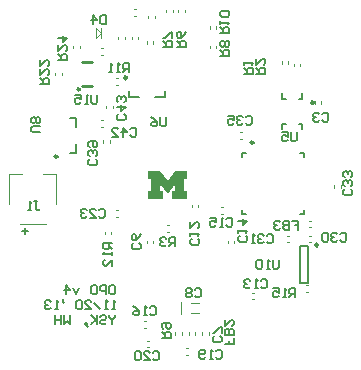
<source format=gbo>
%FSLAX24Y24*%
%MOIN*%
G70*
G01*
G75*
G04 Layer_Color=32896*
%ADD10C,0.0100*%
G04:AMPARAMS|DCode=11|XSize=63mil|YSize=98.4mil|CornerRadius=15.7mil|HoleSize=0mil|Usage=FLASHONLY|Rotation=0.000|XOffset=0mil|YOffset=0mil|HoleType=Round|Shape=RoundedRectangle|*
%AMROUNDEDRECTD11*
21,1,0.0630,0.0669,0,0,0.0*
21,1,0.0315,0.0984,0,0,0.0*
1,1,0.0315,0.0157,-0.0335*
1,1,0.0315,-0.0157,-0.0335*
1,1,0.0315,-0.0157,0.0335*
1,1,0.0315,0.0157,0.0335*
%
%ADD11ROUNDEDRECTD11*%
G04:AMPARAMS|DCode=12|XSize=33.5mil|YSize=17.7mil|CornerRadius=4.4mil|HoleSize=0mil|Usage=FLASHONLY|Rotation=0.000|XOffset=0mil|YOffset=0mil|HoleType=Round|Shape=RoundedRectangle|*
%AMROUNDEDRECTD12*
21,1,0.0335,0.0089,0,0,0.0*
21,1,0.0246,0.0177,0,0,0.0*
1,1,0.0089,0.0123,-0.0044*
1,1,0.0089,-0.0123,-0.0044*
1,1,0.0089,-0.0123,0.0044*
1,1,0.0089,0.0123,0.0044*
%
%ADD12ROUNDEDRECTD12*%
%ADD13O,0.0335X0.0110*%
%ADD14O,0.0110X0.0335*%
%ADD15R,0.2028X0.2028*%
%ADD16R,0.1850X0.1850*%
%ADD17O,0.0110X0.0315*%
%ADD18O,0.0315X0.0110*%
%ADD19O,0.0276X0.0098*%
%ADD20O,0.0098X0.0276*%
%ADD21O,0.0532X0.0177*%
%ADD22R,0.0142X0.0142*%
%ADD23R,0.0110X0.0110*%
G04:AMPARAMS|DCode=24|XSize=59.1mil|YSize=102.4mil|CornerRadius=0mil|HoleSize=0mil|Usage=FLASHONLY|Rotation=230.000|XOffset=0mil|YOffset=0mil|HoleType=Round|Shape=Rectangle|*
%AMROTATEDRECTD24*
4,1,4,-0.0202,0.0555,0.0582,-0.0103,0.0202,-0.0555,-0.0582,0.0103,-0.0202,0.0555,0.0*
%
%ADD24ROTATEDRECTD24*%

%ADD25R,0.0551X0.0630*%
%ADD26R,0.0630X0.0748*%
%ADD27R,0.0532X0.0157*%
%ADD28R,0.0138X0.0098*%
%ADD29R,0.0098X0.0187*%
%ADD30R,0.0217X0.0394*%
%ADD31R,0.0118X0.0193*%
%ADD32R,0.0118X0.0209*%
%ADD33R,0.0787X0.0472*%
%ADD34R,0.0335X0.0157*%
%ADD35R,0.0157X0.0335*%
%ADD36R,0.0276X0.0354*%
%ADD37R,0.0197X0.0315*%
%ADD38O,0.0315X0.0157*%
%ADD39R,0.2362X0.1890*%
%ADD40R,0.0236X0.0157*%
%ADD41R,0.0197X0.0354*%
%ADD42R,0.0157X0.0236*%
%ADD43R,0.0354X0.0197*%
%ADD44C,0.0060*%
%ADD45C,0.0050*%
%ADD46C,0.0120*%
%ADD47C,0.0181*%
%ADD48C,0.0080*%
%ADD49C,0.0150*%
%ADD50C,0.1260*%
%ADD51C,0.0630*%
%ADD52C,0.0180*%
%ADD53C,0.0197*%
%ADD54C,0.0276*%
%ADD55C,0.0260*%
%ADD56C,0.0220*%
%ADD57C,0.0200*%
%ADD58R,0.0236X0.0610*%
%ADD59R,0.0472X0.0709*%
%ADD60R,0.0591X0.0236*%
%ADD61R,0.0236X0.0591*%
%ADD62R,0.0512X0.0217*%
%ADD63R,0.1299X0.1299*%
%ADD64O,0.0315X0.0098*%
%ADD65O,0.0098X0.0315*%
%ADD66C,0.0098*%
%ADD67C,0.0039*%
%ADD68C,0.0079*%
%ADD69C,0.0047*%
G04:AMPARAMS|DCode=70|XSize=43.3mil|YSize=55.1mil|CornerRadius=0mil|HoleSize=0mil|Usage=FLASHONLY|Rotation=230.000|XOffset=0mil|YOffset=0mil|HoleType=Round|Shape=Rectangle|*
%AMROTATEDRECTD70*
4,1,4,-0.0072,0.0343,0.0350,-0.0011,0.0072,-0.0343,-0.0350,0.0011,-0.0072,0.0343,0.0*
%
%ADD70ROTATEDRECTD70*%

G04:AMPARAMS|DCode=71|XSize=71mil|YSize=106.4mil|CornerRadius=19.7mil|HoleSize=0mil|Usage=FLASHONLY|Rotation=0.000|XOffset=0mil|YOffset=0mil|HoleType=Round|Shape=RoundedRectangle|*
%AMROUNDEDRECTD71*
21,1,0.0710,0.0669,0,0,0.0*
21,1,0.0315,0.1064,0,0,0.0*
1,1,0.0395,0.0157,-0.0335*
1,1,0.0395,-0.0157,-0.0335*
1,1,0.0395,-0.0157,0.0335*
1,1,0.0395,0.0157,0.0335*
%
%ADD71ROUNDEDRECTD71*%
G04:AMPARAMS|DCode=72|XSize=41.5mil|YSize=25.7mil|CornerRadius=8.4mil|HoleSize=0mil|Usage=FLASHONLY|Rotation=0.000|XOffset=0mil|YOffset=0mil|HoleType=Round|Shape=RoundedRectangle|*
%AMROUNDEDRECTD72*
21,1,0.0415,0.0089,0,0,0.0*
21,1,0.0246,0.0257,0,0,0.0*
1,1,0.0169,0.0123,-0.0044*
1,1,0.0169,-0.0123,-0.0044*
1,1,0.0169,-0.0123,0.0044*
1,1,0.0169,0.0123,0.0044*
%
%ADD72ROUNDEDRECTD72*%
%ADD73O,0.0390X0.0165*%
%ADD74O,0.0165X0.0390*%
%ADD75R,0.2088X0.2088*%
%ADD76R,0.1910X0.1910*%
%ADD77O,0.0165X0.0370*%
%ADD78O,0.0370X0.0165*%
%ADD79O,0.0336X0.0158*%
%ADD80O,0.0158X0.0336*%
%ADD81O,0.0592X0.0237*%
%ADD82R,0.0202X0.0202*%
%ADD83R,0.0170X0.0170*%
G04:AMPARAMS|DCode=84|XSize=65.1mil|YSize=108.4mil|CornerRadius=0mil|HoleSize=0mil|Usage=FLASHONLY|Rotation=230.000|XOffset=0mil|YOffset=0mil|HoleType=Round|Shape=Rectangle|*
%AMROTATEDRECTD84*
4,1,4,-0.0206,0.0597,0.0624,-0.0099,0.0206,-0.0597,-0.0624,0.0099,-0.0206,0.0597,0.0*
%
%ADD84ROTATEDRECTD84*%

%ADD85R,0.0630X0.0709*%
%ADD86R,0.0709X0.0827*%
%ADD87R,0.0610X0.0236*%
%ADD88R,0.0198X0.0158*%
%ADD89R,0.0158X0.0247*%
%ADD90R,0.0277X0.0454*%
%ADD91R,0.0178X0.0253*%
%ADD92R,0.0178X0.0269*%
%ADD93R,0.0847X0.0532*%
%ADD94R,0.0395X0.0217*%
%ADD95R,0.0217X0.0395*%
%ADD96R,0.0336X0.0414*%
%ADD97R,0.0257X0.0375*%
%ADD98O,0.0375X0.0217*%
%ADD99R,0.2422X0.1950*%
%ADD100R,0.0296X0.0217*%
%ADD101R,0.0257X0.0414*%
%ADD102R,0.0217X0.0296*%
%ADD103R,0.0414X0.0257*%
%ADD104C,0.1320*%
%ADD105C,0.0690*%
%ADD106C,0.0277*%
%ADD107C,0.0320*%
%ADD108C,0.0020*%
%ADD109R,0.0296X0.0670*%
%ADD110R,0.0532X0.0769*%
%ADD111R,0.0651X0.0296*%
%ADD112R,0.0296X0.0651*%
%ADD113R,0.0572X0.0277*%
%ADD114R,0.1359X0.1359*%
%ADD115O,0.0375X0.0158*%
%ADD116O,0.0158X0.0375*%
%ADD117C,0.0356*%
G36*
X597Y149D02*
X500D01*
Y-250D01*
X597D01*
Y-514D01*
X101D01*
Y-250D01*
X202D01*
Y-11D01*
X-43Y-355D01*
X-60D01*
X-310Y-11D01*
Y-250D01*
X-209D01*
Y-514D01*
X-704D01*
Y-250D01*
X-603D01*
Y149D01*
X-704D01*
Y413D01*
X-312D01*
X-60Y65D01*
X-48D01*
X204Y413D01*
X597D01*
Y149D01*
D02*
G37*
D10*
X-2986Y3138D02*
G03*
X-2986Y3138I-39J0D01*
G01*
X-2907Y3256D02*
X-2593D01*
X-2907Y4044D02*
X-2593D01*
D45*
X4250Y1700D02*
Y1450D01*
X4200Y1400D01*
X4100D01*
X4050Y1450D01*
Y1700D01*
X3750D02*
X3950D01*
Y1550D01*
X3850Y1600D01*
X3800D01*
X3750Y1550D01*
Y1450D01*
X3800Y1400D01*
X3900D01*
X3950Y1450D01*
X-4500Y-600D02*
X-4400D01*
X-4450D01*
Y-850D01*
X-4400Y-900D01*
X-4350D01*
X-4300Y-850D01*
X-4600Y-900D02*
X-4700D01*
X-4650D01*
Y-600D01*
X-4600Y-650D01*
X-2400Y2950D02*
Y2700D01*
X-2450Y2650D01*
X-2550D01*
X-2600Y2700D01*
Y2950D01*
X-2700Y2650D02*
X-2800D01*
X-2750D01*
Y2950D01*
X-2700Y2900D01*
X-3150Y2950D02*
X-2950D01*
Y2800D01*
X-3050Y2850D01*
X-3100D01*
X-3150Y2800D01*
Y2700D01*
X-3100Y2650D01*
X-3000D01*
X-2950Y2700D01*
X5100Y2300D02*
X5150Y2350D01*
X5250D01*
X5300Y2300D01*
Y2100D01*
X5250Y2050D01*
X5150D01*
X5100Y2100D01*
X5000Y2300D02*
X4950Y2350D01*
X4850D01*
X4800Y2300D01*
Y2250D01*
X4850Y2200D01*
X4900D01*
X4850D01*
X4800Y2150D01*
Y2100D01*
X4850Y2050D01*
X4950D01*
X5000Y2100D01*
X-1000Y-2000D02*
X-950Y-2050D01*
Y-2150D01*
X-1000Y-2200D01*
X-1200D01*
X-1250Y-2150D01*
Y-2050D01*
X-1200Y-2000D01*
X-950Y-1700D02*
X-1000Y-1800D01*
X-1100Y-1900D01*
X-1200D01*
X-1250Y-1850D01*
Y-1750D01*
X-1200Y-1700D01*
X-1150D01*
X-1100Y-1750D01*
Y-1900D01*
X1700Y-5100D02*
X1750Y-5150D01*
Y-5250D01*
X1700Y-5300D01*
X1500D01*
X1450Y-5250D01*
Y-5150D01*
X1500Y-5100D01*
X1750Y-5000D02*
Y-4800D01*
X1700D01*
X1500Y-5000D01*
X1450D01*
X950Y-1850D02*
X1000Y-1900D01*
Y-2000D01*
X950Y-2050D01*
X750D01*
X700Y-2000D01*
Y-1900D01*
X750Y-1850D01*
X700Y-1750D02*
Y-1650D01*
Y-1700D01*
X1000D01*
X950Y-1750D01*
X700Y-1300D02*
Y-1500D01*
X900Y-1300D01*
X950D01*
X1000Y-1350D01*
Y-1450D01*
X950Y-1500D01*
X3050Y-3250D02*
X3100Y-3200D01*
X3200D01*
X3250Y-3250D01*
Y-3450D01*
X3200Y-3500D01*
X3100D01*
X3050Y-3450D01*
X2950Y-3500D02*
X2850D01*
X2900D01*
Y-3200D01*
X2950Y-3250D01*
X2700D02*
X2650Y-3200D01*
X2550D01*
X2500Y-3250D01*
Y-3300D01*
X2550Y-3350D01*
X2600D01*
X2550D01*
X2500Y-3400D01*
Y-3450D01*
X2550Y-3500D01*
X2650D01*
X2700Y-3450D01*
X2550Y-1750D02*
X2600Y-1800D01*
Y-1900D01*
X2550Y-1950D01*
X2350D01*
X2300Y-1900D01*
Y-1800D01*
X2350Y-1750D01*
X2300Y-1650D02*
Y-1550D01*
Y-1600D01*
X2600D01*
X2550Y-1650D01*
X2300Y-1250D02*
X2600D01*
X2450Y-1400D01*
Y-1200D01*
X1900Y-1200D02*
X1950Y-1150D01*
X2050D01*
X2100Y-1200D01*
Y-1400D01*
X2050Y-1450D01*
X1950D01*
X1900Y-1400D01*
X1800Y-1450D02*
X1700D01*
X1750D01*
Y-1150D01*
X1800Y-1200D01*
X1350Y-1150D02*
X1550D01*
Y-1300D01*
X1450Y-1250D01*
X1400D01*
X1350Y-1300D01*
Y-1400D01*
X1400Y-1450D01*
X1500D01*
X1550Y-1400D01*
X-650Y-4150D02*
X-600Y-4100D01*
X-500D01*
X-450Y-4150D01*
Y-4350D01*
X-500Y-4400D01*
X-600D01*
X-650Y-4350D01*
X-750Y-4400D02*
X-850D01*
X-800D01*
Y-4100D01*
X-750Y-4150D01*
X-1200Y-4100D02*
X-1100Y-4150D01*
X-1000Y-4250D01*
Y-4350D01*
X-1050Y-4400D01*
X-1150D01*
X-1200Y-4350D01*
Y-4300D01*
X-1150Y-4250D01*
X-1000D01*
X1550Y-5600D02*
X1600Y-5550D01*
X1700D01*
X1750Y-5600D01*
Y-5800D01*
X1700Y-5850D01*
X1600D01*
X1550Y-5800D01*
X1450Y-5850D02*
X1350D01*
X1400D01*
Y-5550D01*
X1450Y-5600D01*
X1200Y-5800D02*
X1150Y-5850D01*
X1050D01*
X1000Y-5800D01*
Y-5600D01*
X1050Y-5550D01*
X1150D01*
X1200Y-5600D01*
Y-5650D01*
X1150Y-5700D01*
X1000D01*
X-550Y-5650D02*
X-500Y-5600D01*
X-400D01*
X-350Y-5650D01*
Y-5850D01*
X-400Y-5900D01*
X-500D01*
X-550Y-5850D01*
X-850Y-5900D02*
X-650D01*
X-850Y-5700D01*
Y-5650D01*
X-800Y-5600D01*
X-700D01*
X-650Y-5650D01*
X-950D02*
X-1000Y-5600D01*
X-1100D01*
X-1150Y-5650D01*
Y-5850D01*
X-1100Y-5900D01*
X-1000D01*
X-950Y-5850D01*
Y-5650D01*
X-2350Y-900D02*
X-2300Y-850D01*
X-2200D01*
X-2150Y-900D01*
Y-1100D01*
X-2200Y-1150D01*
X-2300D01*
X-2350Y-1100D01*
X-2650Y-1150D02*
X-2450D01*
X-2650Y-950D01*
Y-900D01*
X-2600Y-850D01*
X-2500D01*
X-2450Y-900D01*
X-2750D02*
X-2800Y-850D01*
X-2900D01*
X-2950Y-900D01*
Y-950D01*
X-2900Y-1000D01*
X-2850D01*
X-2900D01*
X-2950Y-1050D01*
Y-1100D01*
X-2900Y-1150D01*
X-2800D01*
X-2750Y-1100D01*
X5700Y-1700D02*
X5750Y-1650D01*
X5850D01*
X5900Y-1700D01*
Y-1900D01*
X5850Y-1950D01*
X5750D01*
X5700Y-1900D01*
X5600Y-1700D02*
X5550Y-1650D01*
X5450D01*
X5400Y-1700D01*
Y-1750D01*
X5450Y-1800D01*
X5500D01*
X5450D01*
X5400Y-1850D01*
Y-1900D01*
X5450Y-1950D01*
X5550D01*
X5600Y-1900D01*
X5300Y-1700D02*
X5250Y-1650D01*
X5150D01*
X5100Y-1700D01*
Y-1900D01*
X5150Y-1950D01*
X5250D01*
X5300Y-1900D01*
Y-1700D01*
X3250Y-1750D02*
X3300Y-1700D01*
X3400D01*
X3450Y-1750D01*
Y-1950D01*
X3400Y-2000D01*
X3300D01*
X3250Y-1950D01*
X3150Y-1750D02*
X3100Y-1700D01*
X3000D01*
X2950Y-1750D01*
Y-1800D01*
X3000Y-1850D01*
X3050D01*
X3000D01*
X2950Y-1900D01*
Y-1950D01*
X3000Y-2000D01*
X3100D01*
X3150Y-1950D01*
X2850Y-2000D02*
X2750D01*
X2800D01*
Y-1700D01*
X2850Y-1750D01*
X2550Y2200D02*
X2600Y2250D01*
X2700D01*
X2750Y2200D01*
Y2000D01*
X2700Y1950D01*
X2600D01*
X2550Y2000D01*
X2450Y2200D02*
X2400Y2250D01*
X2300D01*
X2250Y2200D01*
Y2150D01*
X2300Y2100D01*
X2350D01*
X2300D01*
X2250Y2050D01*
Y2000D01*
X2300Y1950D01*
X2400D01*
X2450Y2000D01*
X1950Y2250D02*
X2150D01*
Y2100D01*
X2050Y2150D01*
X2000D01*
X1950Y2100D01*
Y2000D01*
X2000Y1950D01*
X2100D01*
X2150Y2000D01*
X-1300Y1800D02*
X-1250Y1850D01*
X-1150D01*
X-1100Y1800D01*
Y1600D01*
X-1150Y1550D01*
X-1250D01*
X-1300Y1600D01*
X-1550Y1550D02*
Y1850D01*
X-1400Y1700D01*
X-1600D01*
X-1900Y1550D02*
X-1700D01*
X-1900Y1750D01*
Y1800D01*
X-1850Y1850D01*
X-1750D01*
X-1700Y1800D01*
X-1500Y2300D02*
X-1450Y2250D01*
Y2150D01*
X-1500Y2100D01*
X-1700D01*
X-1750Y2150D01*
Y2250D01*
X-1700Y2300D01*
X-1750Y2550D02*
X-1450D01*
X-1600Y2400D01*
Y2600D01*
X-1500Y2700D02*
X-1450Y2750D01*
Y2850D01*
X-1500Y2900D01*
X-1550D01*
X-1600Y2850D01*
Y2800D01*
Y2850D01*
X-1650Y2900D01*
X-1700D01*
X-1750Y2850D01*
Y2750D01*
X-1700Y2700D01*
X-2450Y800D02*
X-2400Y750D01*
Y650D01*
X-2450Y600D01*
X-2650D01*
X-2700Y650D01*
Y750D01*
X-2650Y800D01*
X-2450Y900D02*
X-2400Y950D01*
Y1050D01*
X-2450Y1100D01*
X-2500D01*
X-2550Y1050D01*
Y1000D01*
Y1050D01*
X-2600Y1100D01*
X-2650D01*
X-2700Y1050D01*
Y950D01*
X-2650Y900D01*
Y1200D02*
X-2700Y1250D01*
Y1350D01*
X-2650Y1400D01*
X-2450D01*
X-2400Y1350D01*
Y1250D01*
X-2450Y1200D01*
X-2500D01*
X-2550Y1250D01*
Y1400D01*
X-2100Y5600D02*
Y5300D01*
X-2250D01*
X-2300Y5350D01*
Y5550D01*
X-2250Y5600D01*
X-2100D01*
X-2550Y5300D02*
Y5600D01*
X-2400Y5450D01*
X-2600D01*
X2150Y-5150D02*
Y-5350D01*
X2000D01*
Y-5250D01*
Y-5350D01*
X1850D01*
X2150Y-5050D02*
X1850D01*
Y-4900D01*
X1900Y-4850D01*
X1950D01*
X2000Y-4900D01*
Y-5050D01*
Y-4900D01*
X2050Y-4850D01*
X2100D01*
X2150Y-4900D01*
Y-5050D01*
X1850Y-4550D02*
Y-4750D01*
X2050Y-4550D01*
X2100D01*
X2150Y-4600D01*
Y-4700D01*
X2100Y-4750D01*
X4100Y-1250D02*
X4300D01*
Y-1400D01*
X4200D01*
X4300D01*
Y-1550D01*
X4000Y-1250D02*
Y-1550D01*
X3850D01*
X3800Y-1500D01*
Y-1450D01*
X3850Y-1400D01*
X4000D01*
X3850D01*
X3800Y-1350D01*
Y-1300D01*
X3850Y-1250D01*
X4000D01*
X3700Y-1300D02*
X3650Y-1250D01*
X3550D01*
X3500Y-1300D01*
Y-1350D01*
X3550Y-1400D01*
X3600D01*
X3550D01*
X3500Y-1450D01*
Y-1500D01*
X3550Y-1550D01*
X3650D01*
X3700Y-1500D01*
X2500Y3650D02*
X2800D01*
Y3800D01*
X2750Y3850D01*
X2650D01*
X2600Y3800D01*
Y3650D01*
Y3750D02*
X2500Y3850D01*
Y3950D02*
Y4050D01*
Y4000D01*
X2800D01*
X2750Y3950D01*
X2900Y3650D02*
X3200D01*
Y3800D01*
X3150Y3850D01*
X3050D01*
X3000Y3800D01*
Y3650D01*
Y3750D02*
X2900Y3850D01*
Y4150D02*
Y3950D01*
X3100Y4150D01*
X3150D01*
X3200Y4100D01*
Y4000D01*
X3150Y3950D01*
X200Y-2100D02*
Y-1800D01*
X50D01*
X0Y-1850D01*
Y-1950D01*
X50Y-2000D01*
X200D01*
X100D02*
X0Y-2100D01*
X-100Y-1850D02*
X-150Y-1800D01*
X-250D01*
X-300Y-1850D01*
Y-1900D01*
X-250Y-1950D01*
X-200D01*
X-250D01*
X-300Y-2000D01*
Y-2050D01*
X-250Y-2100D01*
X-150D01*
X-100Y-2050D01*
X1700Y5000D02*
X2000D01*
Y5150D01*
X1950Y5200D01*
X1850D01*
X1800Y5150D01*
Y5000D01*
Y5100D02*
X1700Y5200D01*
Y5300D02*
Y5400D01*
Y5350D01*
X2000D01*
X1950Y5300D01*
Y5550D02*
X2000Y5600D01*
Y5700D01*
X1950Y5750D01*
X1750D01*
X1700Y5700D01*
Y5600D01*
X1750Y5550D01*
X1950D01*
X-250Y-5150D02*
X50D01*
Y-5000D01*
X-0Y-4950D01*
X-100D01*
X-150Y-5000D01*
Y-5150D01*
Y-5050D02*
X-250Y-4950D01*
X-200Y-4850D02*
X-250Y-4800D01*
Y-4700D01*
X-200Y-4650D01*
X-0D01*
X50Y-4700D01*
Y-4800D01*
X-0Y-4850D01*
X-50D01*
X-100Y-4800D01*
Y-4650D01*
X-1900Y-2000D02*
X-2200D01*
Y-2150D01*
X-2150Y-2200D01*
X-2050D01*
X-2000Y-2150D01*
Y-2000D01*
Y-2100D02*
X-1900Y-2200D01*
Y-2300D02*
Y-2400D01*
Y-2350D01*
X-2200D01*
X-2150Y-2300D01*
X-1900Y-2750D02*
Y-2550D01*
X-2100Y-2750D01*
X-2150D01*
X-2200Y-2700D01*
Y-2600D01*
X-2150Y-2550D01*
X-1350Y3700D02*
Y4000D01*
X-1500D01*
X-1550Y3950D01*
Y3850D01*
X-1500Y3800D01*
X-1350D01*
X-1450D02*
X-1550Y3700D01*
X-1650D02*
X-1750D01*
X-1700D01*
Y4000D01*
X-1650Y3950D01*
X-1900Y3700D02*
X-2000D01*
X-1950D01*
Y4000D01*
X-1900Y3950D01*
X4200Y-3800D02*
Y-3500D01*
X4050D01*
X4000Y-3550D01*
Y-3650D01*
X4050Y-3700D01*
X4200D01*
X4100D02*
X4000Y-3800D01*
X3900D02*
X3800D01*
X3850D01*
Y-3500D01*
X3900Y-3550D01*
X3450Y-3500D02*
X3650D01*
Y-3650D01*
X3550Y-3600D01*
X3500D01*
X3450Y-3650D01*
Y-3750D01*
X3500Y-3800D01*
X3600D01*
X3650Y-3750D01*
X-4300Y3300D02*
X-4000D01*
Y3450D01*
X-4050Y3500D01*
X-4150D01*
X-4200Y3450D01*
Y3300D01*
Y3400D02*
X-4300Y3500D01*
Y3800D02*
Y3600D01*
X-4100Y3800D01*
X-4050D01*
X-4000Y3750D01*
Y3650D01*
X-4050Y3600D01*
X-4300Y4100D02*
Y3900D01*
X-4100Y4100D01*
X-4050D01*
X-4000Y4050D01*
Y3950D01*
X-4050Y3900D01*
X-3700Y4100D02*
X-3400D01*
Y4250D01*
X-3450Y4300D01*
X-3550D01*
X-3600Y4250D01*
Y4100D01*
Y4200D02*
X-3700Y4300D01*
Y4600D02*
Y4400D01*
X-3500Y4600D01*
X-3450D01*
X-3400Y4550D01*
Y4450D01*
X-3450Y4400D01*
X-3700Y4850D02*
X-3400D01*
X-3550Y4700D01*
Y4900D01*
X-100Y2200D02*
Y1950D01*
X-150Y1900D01*
X-250D01*
X-300Y1950D01*
Y2200D01*
X-600D02*
X-500Y2150D01*
X-400Y2050D01*
Y1950D01*
X-450Y1900D01*
X-550D01*
X-600Y1950D01*
Y2000D01*
X-550Y2050D01*
X-400D01*
X-4300Y1700D02*
X-4550D01*
X-4600Y1750D01*
Y1850D01*
X-4550Y1900D01*
X-4300D01*
X-4350Y2000D02*
X-4300Y2050D01*
Y2150D01*
X-4350Y2200D01*
X-4400D01*
X-4450Y2150D01*
X-4500Y2200D01*
X-4550D01*
X-4600Y2150D01*
Y2050D01*
X-4550Y2000D01*
X-4500D01*
X-4450Y2050D01*
X-4400Y2000D01*
X-4350D01*
X-4450Y2050D02*
Y2150D01*
X3650Y-2550D02*
Y-2800D01*
X3600Y-2850D01*
X3500D01*
X3450Y-2800D01*
Y-2550D01*
X3350Y-2850D02*
X3250D01*
X3300D01*
Y-2550D01*
X3350Y-2600D01*
X3100D02*
X3050Y-2550D01*
X2950D01*
X2900Y-2600D01*
Y-2800D01*
X2950Y-2850D01*
X3050D01*
X3100Y-2800D01*
Y-2600D01*
X-200Y4550D02*
X100D01*
Y4700D01*
X50Y4750D01*
X-50D01*
X-100Y4700D01*
Y4550D01*
Y4650D02*
X-200Y4750D01*
X100Y4850D02*
Y5050D01*
X50D01*
X-150Y4850D01*
X-200D01*
X250Y4550D02*
X550D01*
Y4700D01*
X500Y4750D01*
X400D01*
X350Y4700D01*
Y4550D01*
Y4650D02*
X250Y4750D01*
X550Y5050D02*
X500Y4950D01*
X400Y4850D01*
X300D01*
X250Y4900D01*
Y5000D01*
X300Y5050D01*
X350D01*
X400Y5000D01*
Y4850D01*
X1700Y4250D02*
X2000D01*
Y4400D01*
X1950Y4450D01*
X1850D01*
X1800Y4400D01*
Y4250D01*
Y4350D02*
X1700Y4450D01*
X1950Y4550D02*
X2000Y4600D01*
Y4700D01*
X1950Y4750D01*
X1900D01*
X1850Y4700D01*
X1800Y4750D01*
X1750D01*
X1700Y4700D01*
Y4600D01*
X1750Y4550D01*
X1800D01*
X1850Y4600D01*
X1900Y4550D01*
X1950D01*
X1850Y4600D02*
Y4700D01*
X850Y-3550D02*
X900Y-3500D01*
X1000D01*
X1050Y-3550D01*
Y-3750D01*
X1000Y-3800D01*
X900D01*
X850Y-3750D01*
X750Y-3550D02*
X700Y-3500D01*
X600D01*
X550Y-3550D01*
Y-3600D01*
X600Y-3650D01*
X550Y-3700D01*
Y-3750D01*
X600Y-3800D01*
X700D01*
X750Y-3750D01*
Y-3700D01*
X700Y-3650D01*
X750Y-3600D01*
Y-3550D01*
X700Y-3650D02*
X600D01*
X6050Y-200D02*
X6100Y-250D01*
Y-350D01*
X6050Y-400D01*
X5850D01*
X5800Y-350D01*
Y-250D01*
X5850Y-200D01*
X6050Y-100D02*
X6100Y-50D01*
Y50D01*
X6050Y100D01*
X6000D01*
X5950Y50D01*
Y-0D01*
Y50D01*
X5900Y100D01*
X5850D01*
X5800Y50D01*
Y-50D01*
X5850Y-100D01*
X6050Y200D02*
X6100Y250D01*
Y350D01*
X6050Y400D01*
X6000D01*
X5950Y350D01*
Y300D01*
Y350D01*
X5900Y400D01*
X5850D01*
X5800Y350D01*
Y250D01*
X5850Y200D01*
X-1950Y-3400D02*
X-1850D01*
X-1800Y-3450D01*
Y-3650D01*
X-1850Y-3700D01*
X-1950D01*
X-2000Y-3650D01*
Y-3450D01*
X-1950Y-3400D01*
X-2100Y-3700D02*
Y-3400D01*
X-2250D01*
X-2300Y-3450D01*
Y-3550D01*
X-2250Y-3600D01*
X-2100D01*
X-2550Y-3400D02*
X-2450D01*
X-2400Y-3450D01*
Y-3650D01*
X-2450Y-3700D01*
X-2550D01*
X-2600Y-3650D01*
Y-3450D01*
X-2550Y-3400D01*
X-3000Y-3500D02*
X-3100Y-3700D01*
X-3200Y-3500D01*
X-3449Y-3700D02*
Y-3400D01*
X-3300Y-3550D01*
X-3499D01*
X-1800Y-4400D02*
Y-4450D01*
X-1900Y-4550D01*
X-2000Y-4450D01*
Y-4400D01*
X-1900Y-4550D02*
Y-4700D01*
X-2300Y-4450D02*
X-2250Y-4400D01*
X-2150D01*
X-2100Y-4450D01*
Y-4500D01*
X-2150Y-4550D01*
X-2250D01*
X-2300Y-4600D01*
Y-4650D01*
X-2250Y-4700D01*
X-2150D01*
X-2100Y-4650D01*
X-2400Y-4400D02*
Y-4700D01*
Y-4600D01*
X-2600Y-4400D01*
X-2450Y-4550D01*
X-2600Y-4700D01*
X-2750Y-4750D02*
X-2800Y-4700D01*
Y-4650D01*
X-2750D01*
Y-4700D01*
X-2800D01*
X-2750Y-4750D01*
X-2700Y-4800D01*
X-3300Y-4400D02*
Y-4700D01*
X-3399Y-4600D01*
X-3499Y-4700D01*
Y-4400D01*
X-3599D02*
Y-4700D01*
Y-4550D01*
X-3799D01*
Y-4400D01*
Y-4700D01*
X-1800Y-4200D02*
X-1900D01*
X-1850D01*
Y-3900D01*
X-1800Y-3950D01*
X-2050Y-4200D02*
X-2150D01*
X-2100D01*
Y-3900D01*
X-2050Y-3950D01*
X-2300Y-4200D02*
X-2500Y-4000D01*
X-2800Y-4200D02*
X-2600D01*
X-2800Y-4000D01*
Y-3950D01*
X-2750Y-3900D01*
X-2650D01*
X-2600Y-3950D01*
X-2900D02*
X-2950Y-3900D01*
X-3050D01*
X-3100Y-3950D01*
Y-4150D01*
X-3050Y-4200D01*
X-2950D01*
X-2900Y-4150D01*
Y-3950D01*
X-3549Y-3850D02*
Y-3950D01*
X-3499Y-4000D01*
X-3699Y-4200D02*
X-3799D01*
X-3749D01*
Y-3900D01*
X-3699Y-3950D01*
X-3949D02*
X-3999Y-3900D01*
X-4099D01*
X-4149Y-3950D01*
Y-4000D01*
X-4099Y-4050D01*
X-4049D01*
X-4099D01*
X-4149Y-4100D01*
Y-4150D01*
X-4099Y-4200D01*
X-3999D01*
X-3949Y-4150D01*
X-4700Y-1600D02*
X-4900D01*
X-4800Y-1500D02*
Y-1700D01*
D66*
X4819Y2695D02*
G03*
X4819Y2695I-49J0D01*
G01*
X-3725Y891D02*
G03*
X-3725Y891I-49J0D01*
G01*
X-1409Y3524D02*
G03*
X-1409Y3524I-49J0D01*
G01*
X4963Y-2050D02*
G03*
X4963Y-2050I-49J0D01*
G01*
X2810Y1358D02*
G03*
X2810Y1358I-49J0D01*
G01*
D67*
X-3763Y-681D02*
Y323D01*
X-4196D02*
X-3763D01*
X-5337D02*
X-4904D01*
X-5337Y-681D02*
Y323D01*
X-4983Y-1350D02*
X-4117D01*
X-1789Y-1108D02*
X-1711D01*
X-1789Y-892D02*
X-1711D01*
X-1942Y-1689D02*
Y-1611D01*
X-2158Y-1689D02*
Y-1611D01*
X-1258Y4811D02*
Y4889D01*
X-1042Y4811D02*
Y4889D01*
X-1189Y5592D02*
X-1111D01*
X-1189Y5808D02*
X-1111D01*
X-1708Y4811D02*
Y4889D01*
X-1492Y4811D02*
Y4889D01*
X-2289Y4292D02*
X-2211D01*
X-2289Y4508D02*
X-2211D01*
X-708Y5511D02*
Y5589D01*
X-492Y5511D02*
Y5589D01*
X-758Y4661D02*
Y4739D01*
X-542Y4661D02*
Y4739D01*
X4842Y2661D02*
Y2739D01*
X5058Y2661D02*
Y2739D01*
X4142Y3911D02*
Y3989D01*
X4358Y3911D02*
Y3989D01*
X3742Y3988D02*
Y4067D01*
X3958Y3988D02*
Y4067D01*
X1342Y5161D02*
Y5239D01*
X1558Y5161D02*
Y5239D01*
Y4511D02*
Y4589D01*
X1342Y4511D02*
Y4589D01*
X292Y5711D02*
Y5789D01*
X508Y5711D02*
Y5789D01*
X-108Y5711D02*
Y5789D01*
X108Y5711D02*
Y5789D01*
X-2271Y4833D02*
Y5177D01*
X-2439D02*
X-2271Y5010D01*
X-2439Y4833D02*
Y5177D01*
Y4833D02*
X-2271Y5000D01*
X-2108Y2511D02*
Y2589D01*
X-1892Y2511D02*
Y2589D01*
X-2289Y2108D02*
X-2211D01*
X-2289Y1892D02*
X-2211D01*
X-1992Y1361D02*
Y1439D01*
X-2208Y1361D02*
Y1439D01*
X-3808Y3611D02*
Y3689D01*
X-3592Y3611D02*
Y3689D01*
X-2992Y4511D02*
Y4589D01*
X-3208Y4511D02*
Y4589D01*
X-1789Y3292D02*
X-1711D01*
X-1789Y3508D02*
X-1711D01*
X4561Y-3608D02*
X4639D01*
X4561Y-3392D02*
X4639D01*
X4661Y-1742D02*
X4739D01*
X4661Y-1958D02*
X4739D01*
X3911D02*
X3989D01*
X3911Y-1742D02*
X3989D01*
X4661Y-1458D02*
X4739D01*
X4661Y-1242D02*
X4739D01*
X2761Y-3858D02*
X2839D01*
X2761Y-3642D02*
X2839D01*
X712Y-3973D02*
X988D01*
X712Y-4317D02*
X988D01*
X400Y-4350D02*
Y-3950D01*
X1308Y-5039D02*
Y-4961D01*
X1092Y-5039D02*
Y-4961D01*
X642Y-5039D02*
Y-4961D01*
X858Y-5039D02*
Y-4961D01*
X192Y-5039D02*
Y-4961D01*
X408Y-5039D02*
Y-4961D01*
X561Y-5492D02*
X639D01*
X561Y-5708D02*
X639D01*
X-739Y-5458D02*
X-661D01*
X-739Y-5242D02*
X-661D01*
X-839Y-4592D02*
X-761D01*
X-839Y-4808D02*
X-761D01*
X2158Y-1989D02*
Y-1911D01*
X1942Y-1989D02*
Y-1911D01*
X1711Y-1008D02*
X1789D01*
X1711Y-792D02*
X1789D01*
X958Y-789D02*
Y-711D01*
X742Y-789D02*
Y-711D01*
X-89Y-1392D02*
X-11D01*
X-89Y-1608D02*
X-11D01*
X-758Y-1989D02*
Y-1911D01*
X-542Y-1989D02*
Y-1911D01*
X2361Y1708D02*
X2439D01*
X2361Y1492D02*
X2439D01*
X5708Y-139D02*
Y-61D01*
X5492Y-139D02*
Y-61D01*
D68*
X4435Y2813D02*
Y3000D01*
X4307Y2813D02*
X4435D01*
X3765D02*
X3893D01*
X3765D02*
Y3000D01*
Y1800D02*
Y1987D01*
X3893D01*
X4307D02*
X4435D01*
Y1800D02*
Y1987D01*
X-3321Y1009D02*
X-3124D01*
Y1324D01*
X-3321Y2191D02*
X-3124D01*
Y1876D02*
Y2191D01*
X-1341Y2874D02*
Y3071D01*
Y2874D02*
X-1026D01*
X-159D02*
Y3071D01*
X-474Y2874D02*
X-159D01*
X4362Y-3310D02*
Y-2090D01*
X4638Y-3310D02*
Y-2090D01*
X4362Y-3310D02*
X4638D01*
X4362Y-2090D02*
X4638D01*
X2426Y1024D02*
X2554D01*
X2426Y896D02*
Y1024D01*
X4346D02*
X4474D01*
Y896D02*
Y1024D01*
X4346Y-1024D02*
X4474D01*
Y-896D01*
X2426Y-1024D02*
X2554D01*
X2426D02*
Y-896D01*
M02*

</source>
